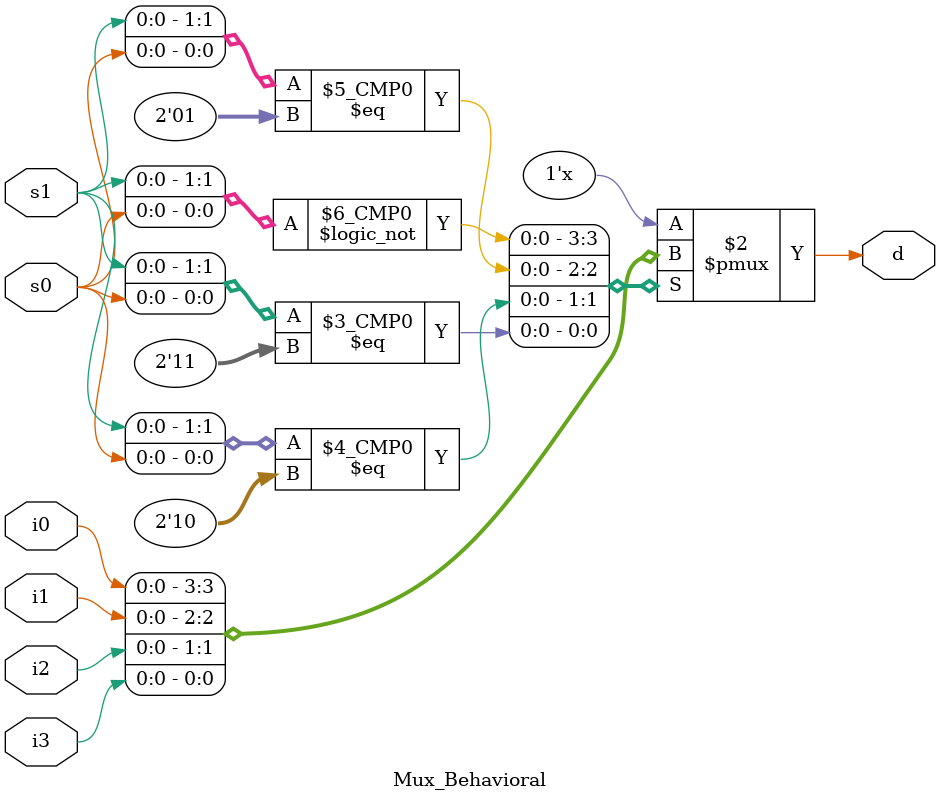
<source format=v>
`timescale 1ns / 1ps


module Mux_Behavioral(
    input i0,
    input i1,
    input i2,
    input i3,
    input s0,
    input s1,
    output reg d
    );
    always @(i0,i1,i2,i3,s0,s1)
    begin
    
    d=1'b0;
    
    case({s1,s0})
    2'b00 : d=i0;
    2'b01 : d=i1;
    2'b10 : d=i2;
    2'b11 : d=i3;
    default : begin
        d=1'b0;
       end
     endcase
     end
     
endmodule

</source>
